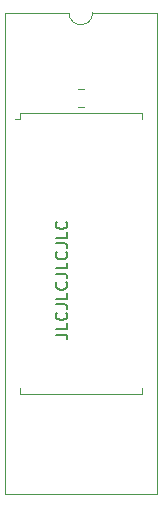
<source format=gto>
G04 #@! TF.GenerationSoftware,KiCad,Pcbnew,(5.1.10-1-10_14)*
G04 #@! TF.CreationDate,2021-10-29T12:58:21+02:00*
G04 #@! TF.ProjectId,soj36_to_dip,736f6a33-365f-4746-9f5f-6469702e6b69,rev?*
G04 #@! TF.SameCoordinates,Original*
G04 #@! TF.FileFunction,Legend,Top*
G04 #@! TF.FilePolarity,Positive*
%FSLAX46Y46*%
G04 Gerber Fmt 4.6, Leading zero omitted, Abs format (unit mm)*
G04 Created by KiCad (PCBNEW (5.1.10-1-10_14)) date 2021-10-29 12:58:21*
%MOMM*%
%LPD*%
G01*
G04 APERTURE LIST*
%ADD10C,0.150000*%
%ADD11C,0.120000*%
%ADD12O,1.600000X1.600000*%
%ADD13R,1.600000X1.600000*%
G04 APERTURE END LIST*
D10*
X152385780Y-89404247D02*
X153100066Y-89404247D01*
X153242923Y-89451866D01*
X153338161Y-89547104D01*
X153385780Y-89689961D01*
X153385780Y-89785200D01*
X153385780Y-88451866D02*
X153385780Y-88928057D01*
X152385780Y-88928057D01*
X153290542Y-87547104D02*
X153338161Y-87594723D01*
X153385780Y-87737580D01*
X153385780Y-87832819D01*
X153338161Y-87975676D01*
X153242923Y-88070914D01*
X153147685Y-88118533D01*
X152957209Y-88166152D01*
X152814352Y-88166152D01*
X152623876Y-88118533D01*
X152528638Y-88070914D01*
X152433400Y-87975676D01*
X152385780Y-87832819D01*
X152385780Y-87737580D01*
X152433400Y-87594723D01*
X152481019Y-87547104D01*
X152385780Y-86832819D02*
X153100066Y-86832819D01*
X153242923Y-86880438D01*
X153338161Y-86975676D01*
X153385780Y-87118533D01*
X153385780Y-87213771D01*
X153385780Y-85880438D02*
X153385780Y-86356628D01*
X152385780Y-86356628D01*
X153290542Y-84975676D02*
X153338161Y-85023295D01*
X153385780Y-85166152D01*
X153385780Y-85261390D01*
X153338161Y-85404247D01*
X153242923Y-85499485D01*
X153147685Y-85547104D01*
X152957209Y-85594723D01*
X152814352Y-85594723D01*
X152623876Y-85547104D01*
X152528638Y-85499485D01*
X152433400Y-85404247D01*
X152385780Y-85261390D01*
X152385780Y-85166152D01*
X152433400Y-85023295D01*
X152481019Y-84975676D01*
X152385780Y-84261390D02*
X153100066Y-84261390D01*
X153242923Y-84309009D01*
X153338161Y-84404247D01*
X153385780Y-84547104D01*
X153385780Y-84642342D01*
X153385780Y-83309009D02*
X153385780Y-83785200D01*
X152385780Y-83785200D01*
X153290542Y-82404247D02*
X153338161Y-82451866D01*
X153385780Y-82594723D01*
X153385780Y-82689961D01*
X153338161Y-82832819D01*
X153242923Y-82928057D01*
X153147685Y-82975676D01*
X152957209Y-83023295D01*
X152814352Y-83023295D01*
X152623876Y-82975676D01*
X152528638Y-82928057D01*
X152433400Y-82832819D01*
X152385780Y-82689961D01*
X152385780Y-82594723D01*
X152433400Y-82451866D01*
X152481019Y-82404247D01*
X152385780Y-81689961D02*
X153100066Y-81689961D01*
X153242923Y-81737580D01*
X153338161Y-81832819D01*
X153385780Y-81975676D01*
X153385780Y-82070914D01*
X153385780Y-80737580D02*
X153385780Y-81213771D01*
X152385780Y-81213771D01*
X153290542Y-79832819D02*
X153338161Y-79880438D01*
X153385780Y-80023295D01*
X153385780Y-80118533D01*
X153338161Y-80261390D01*
X153242923Y-80356628D01*
X153147685Y-80404247D01*
X152957209Y-80451866D01*
X152814352Y-80451866D01*
X152623876Y-80404247D01*
X152528638Y-80356628D01*
X152433400Y-80261390D01*
X152385780Y-80118533D01*
X152385780Y-80023295D01*
X152433400Y-79880438D01*
X152481019Y-79832819D01*
D11*
X154820252Y-70102400D02*
X154297748Y-70102400D01*
X154820252Y-68632400D02*
X154297748Y-68632400D01*
X153528600Y-62159400D02*
X148068600Y-62159400D01*
X148068600Y-62159400D02*
X148068600Y-102919400D01*
X148068600Y-102919400D02*
X160988600Y-102919400D01*
X160988600Y-102919400D02*
X160988600Y-62159400D01*
X160988600Y-62159400D02*
X155528600Y-62159400D01*
X155528600Y-62159400D02*
G75*
G02*
X153528600Y-62159400I-1000000J0D01*
G01*
X154533600Y-94394400D02*
X159723600Y-94394400D01*
X159723600Y-94394400D02*
X159723600Y-93894400D01*
X154533600Y-94394400D02*
X149343600Y-94394400D01*
X149343600Y-94394400D02*
X149343600Y-93894400D01*
X154533600Y-70684400D02*
X159723600Y-70684400D01*
X159723600Y-70684400D02*
X159723600Y-71184400D01*
X154533600Y-70684400D02*
X149343600Y-70684400D01*
X149343600Y-70684400D02*
X149343600Y-71184400D01*
X149343600Y-71184400D02*
X148983600Y-71184400D01*
%LPC*%
G36*
G01*
X154109000Y-68892400D02*
X154109000Y-69842400D01*
G75*
G02*
X153859000Y-70092400I-250000J0D01*
G01*
X153184000Y-70092400D01*
G75*
G02*
X152934000Y-69842400I0J250000D01*
G01*
X152934000Y-68892400D01*
G75*
G02*
X153184000Y-68642400I250000J0D01*
G01*
X153859000Y-68642400D01*
G75*
G02*
X154109000Y-68892400I0J-250000D01*
G01*
G37*
G36*
G01*
X156184000Y-68892400D02*
X156184000Y-69842400D01*
G75*
G02*
X155934000Y-70092400I-250000J0D01*
G01*
X155259000Y-70092400D01*
G75*
G02*
X155009000Y-69842400I0J250000D01*
G01*
X155009000Y-68892400D01*
G75*
G02*
X155259000Y-68642400I250000J0D01*
G01*
X155934000Y-68642400D01*
G75*
G02*
X156184000Y-68892400I0J-250000D01*
G01*
G37*
D12*
X162148600Y-63489400D03*
X146908600Y-101589400D03*
X162148600Y-66029400D03*
X146908600Y-99049400D03*
X162148600Y-68569400D03*
X146908600Y-96509400D03*
X162148600Y-71109400D03*
X146908600Y-93969400D03*
X162148600Y-73649400D03*
X146908600Y-91429400D03*
X162148600Y-76189400D03*
X146908600Y-88889400D03*
X162148600Y-78729400D03*
X146908600Y-86349400D03*
X162148600Y-81269400D03*
X146908600Y-83809400D03*
X162148600Y-83809400D03*
X146908600Y-81269400D03*
X162148600Y-86349400D03*
X146908600Y-78729400D03*
X162148600Y-88889400D03*
X146908600Y-76189400D03*
X162148600Y-91429400D03*
X146908600Y-73649400D03*
X162148600Y-93969400D03*
X146908600Y-71109400D03*
X162148600Y-96509400D03*
X146908600Y-68569400D03*
X162148600Y-99049400D03*
X146908600Y-66029400D03*
X162148600Y-101589400D03*
D13*
X146908600Y-63489400D03*
G36*
G01*
X158383600Y-71894400D02*
X158383600Y-71594400D01*
G75*
G02*
X158533600Y-71444400I150000J0D01*
G01*
X159933600Y-71444400D01*
G75*
G02*
X160083600Y-71594400I0J-150000D01*
G01*
X160083600Y-71894400D01*
G75*
G02*
X159933600Y-72044400I-150000J0D01*
G01*
X158533600Y-72044400D01*
G75*
G02*
X158383600Y-71894400I0J150000D01*
G01*
G37*
G36*
G01*
X158383600Y-73164400D02*
X158383600Y-72864400D01*
G75*
G02*
X158533600Y-72714400I150000J0D01*
G01*
X159933600Y-72714400D01*
G75*
G02*
X160083600Y-72864400I0J-150000D01*
G01*
X160083600Y-73164400D01*
G75*
G02*
X159933600Y-73314400I-150000J0D01*
G01*
X158533600Y-73314400D01*
G75*
G02*
X158383600Y-73164400I0J150000D01*
G01*
G37*
G36*
G01*
X158383600Y-74434400D02*
X158383600Y-74134400D01*
G75*
G02*
X158533600Y-73984400I150000J0D01*
G01*
X159933600Y-73984400D01*
G75*
G02*
X160083600Y-74134400I0J-150000D01*
G01*
X160083600Y-74434400D01*
G75*
G02*
X159933600Y-74584400I-150000J0D01*
G01*
X158533600Y-74584400D01*
G75*
G02*
X158383600Y-74434400I0J150000D01*
G01*
G37*
G36*
G01*
X158383600Y-75704400D02*
X158383600Y-75404400D01*
G75*
G02*
X158533600Y-75254400I150000J0D01*
G01*
X159933600Y-75254400D01*
G75*
G02*
X160083600Y-75404400I0J-150000D01*
G01*
X160083600Y-75704400D01*
G75*
G02*
X159933600Y-75854400I-150000J0D01*
G01*
X158533600Y-75854400D01*
G75*
G02*
X158383600Y-75704400I0J150000D01*
G01*
G37*
G36*
G01*
X158383600Y-76974400D02*
X158383600Y-76674400D01*
G75*
G02*
X158533600Y-76524400I150000J0D01*
G01*
X159933600Y-76524400D01*
G75*
G02*
X160083600Y-76674400I0J-150000D01*
G01*
X160083600Y-76974400D01*
G75*
G02*
X159933600Y-77124400I-150000J0D01*
G01*
X158533600Y-77124400D01*
G75*
G02*
X158383600Y-76974400I0J150000D01*
G01*
G37*
G36*
G01*
X158383600Y-78244400D02*
X158383600Y-77944400D01*
G75*
G02*
X158533600Y-77794400I150000J0D01*
G01*
X159933600Y-77794400D01*
G75*
G02*
X160083600Y-77944400I0J-150000D01*
G01*
X160083600Y-78244400D01*
G75*
G02*
X159933600Y-78394400I-150000J0D01*
G01*
X158533600Y-78394400D01*
G75*
G02*
X158383600Y-78244400I0J150000D01*
G01*
G37*
G36*
G01*
X158383600Y-79514400D02*
X158383600Y-79214400D01*
G75*
G02*
X158533600Y-79064400I150000J0D01*
G01*
X159933600Y-79064400D01*
G75*
G02*
X160083600Y-79214400I0J-150000D01*
G01*
X160083600Y-79514400D01*
G75*
G02*
X159933600Y-79664400I-150000J0D01*
G01*
X158533600Y-79664400D01*
G75*
G02*
X158383600Y-79514400I0J150000D01*
G01*
G37*
G36*
G01*
X158383600Y-80784400D02*
X158383600Y-80484400D01*
G75*
G02*
X158533600Y-80334400I150000J0D01*
G01*
X159933600Y-80334400D01*
G75*
G02*
X160083600Y-80484400I0J-150000D01*
G01*
X160083600Y-80784400D01*
G75*
G02*
X159933600Y-80934400I-150000J0D01*
G01*
X158533600Y-80934400D01*
G75*
G02*
X158383600Y-80784400I0J150000D01*
G01*
G37*
G36*
G01*
X158383600Y-82054400D02*
X158383600Y-81754400D01*
G75*
G02*
X158533600Y-81604400I150000J0D01*
G01*
X159933600Y-81604400D01*
G75*
G02*
X160083600Y-81754400I0J-150000D01*
G01*
X160083600Y-82054400D01*
G75*
G02*
X159933600Y-82204400I-150000J0D01*
G01*
X158533600Y-82204400D01*
G75*
G02*
X158383600Y-82054400I0J150000D01*
G01*
G37*
G36*
G01*
X158383600Y-83324400D02*
X158383600Y-83024400D01*
G75*
G02*
X158533600Y-82874400I150000J0D01*
G01*
X159933600Y-82874400D01*
G75*
G02*
X160083600Y-83024400I0J-150000D01*
G01*
X160083600Y-83324400D01*
G75*
G02*
X159933600Y-83474400I-150000J0D01*
G01*
X158533600Y-83474400D01*
G75*
G02*
X158383600Y-83324400I0J150000D01*
G01*
G37*
G36*
G01*
X158383600Y-84594400D02*
X158383600Y-84294400D01*
G75*
G02*
X158533600Y-84144400I150000J0D01*
G01*
X159933600Y-84144400D01*
G75*
G02*
X160083600Y-84294400I0J-150000D01*
G01*
X160083600Y-84594400D01*
G75*
G02*
X159933600Y-84744400I-150000J0D01*
G01*
X158533600Y-84744400D01*
G75*
G02*
X158383600Y-84594400I0J150000D01*
G01*
G37*
G36*
G01*
X158383600Y-85864400D02*
X158383600Y-85564400D01*
G75*
G02*
X158533600Y-85414400I150000J0D01*
G01*
X159933600Y-85414400D01*
G75*
G02*
X160083600Y-85564400I0J-150000D01*
G01*
X160083600Y-85864400D01*
G75*
G02*
X159933600Y-86014400I-150000J0D01*
G01*
X158533600Y-86014400D01*
G75*
G02*
X158383600Y-85864400I0J150000D01*
G01*
G37*
G36*
G01*
X158383600Y-87134400D02*
X158383600Y-86834400D01*
G75*
G02*
X158533600Y-86684400I150000J0D01*
G01*
X159933600Y-86684400D01*
G75*
G02*
X160083600Y-86834400I0J-150000D01*
G01*
X160083600Y-87134400D01*
G75*
G02*
X159933600Y-87284400I-150000J0D01*
G01*
X158533600Y-87284400D01*
G75*
G02*
X158383600Y-87134400I0J150000D01*
G01*
G37*
G36*
G01*
X158383600Y-88404400D02*
X158383600Y-88104400D01*
G75*
G02*
X158533600Y-87954400I150000J0D01*
G01*
X159933600Y-87954400D01*
G75*
G02*
X160083600Y-88104400I0J-150000D01*
G01*
X160083600Y-88404400D01*
G75*
G02*
X159933600Y-88554400I-150000J0D01*
G01*
X158533600Y-88554400D01*
G75*
G02*
X158383600Y-88404400I0J150000D01*
G01*
G37*
G36*
G01*
X158383600Y-89674400D02*
X158383600Y-89374400D01*
G75*
G02*
X158533600Y-89224400I150000J0D01*
G01*
X159933600Y-89224400D01*
G75*
G02*
X160083600Y-89374400I0J-150000D01*
G01*
X160083600Y-89674400D01*
G75*
G02*
X159933600Y-89824400I-150000J0D01*
G01*
X158533600Y-89824400D01*
G75*
G02*
X158383600Y-89674400I0J150000D01*
G01*
G37*
G36*
G01*
X158383600Y-90944400D02*
X158383600Y-90644400D01*
G75*
G02*
X158533600Y-90494400I150000J0D01*
G01*
X159933600Y-90494400D01*
G75*
G02*
X160083600Y-90644400I0J-150000D01*
G01*
X160083600Y-90944400D01*
G75*
G02*
X159933600Y-91094400I-150000J0D01*
G01*
X158533600Y-91094400D01*
G75*
G02*
X158383600Y-90944400I0J150000D01*
G01*
G37*
G36*
G01*
X158383600Y-92214400D02*
X158383600Y-91914400D01*
G75*
G02*
X158533600Y-91764400I150000J0D01*
G01*
X159933600Y-91764400D01*
G75*
G02*
X160083600Y-91914400I0J-150000D01*
G01*
X160083600Y-92214400D01*
G75*
G02*
X159933600Y-92364400I-150000J0D01*
G01*
X158533600Y-92364400D01*
G75*
G02*
X158383600Y-92214400I0J150000D01*
G01*
G37*
G36*
G01*
X158383600Y-93484400D02*
X158383600Y-93184400D01*
G75*
G02*
X158533600Y-93034400I150000J0D01*
G01*
X159933600Y-93034400D01*
G75*
G02*
X160083600Y-93184400I0J-150000D01*
G01*
X160083600Y-93484400D01*
G75*
G02*
X159933600Y-93634400I-150000J0D01*
G01*
X158533600Y-93634400D01*
G75*
G02*
X158383600Y-93484400I0J150000D01*
G01*
G37*
G36*
G01*
X148983600Y-93484400D02*
X148983600Y-93184400D01*
G75*
G02*
X149133600Y-93034400I150000J0D01*
G01*
X150533600Y-93034400D01*
G75*
G02*
X150683600Y-93184400I0J-150000D01*
G01*
X150683600Y-93484400D01*
G75*
G02*
X150533600Y-93634400I-150000J0D01*
G01*
X149133600Y-93634400D01*
G75*
G02*
X148983600Y-93484400I0J150000D01*
G01*
G37*
G36*
G01*
X148983600Y-92214400D02*
X148983600Y-91914400D01*
G75*
G02*
X149133600Y-91764400I150000J0D01*
G01*
X150533600Y-91764400D01*
G75*
G02*
X150683600Y-91914400I0J-150000D01*
G01*
X150683600Y-92214400D01*
G75*
G02*
X150533600Y-92364400I-150000J0D01*
G01*
X149133600Y-92364400D01*
G75*
G02*
X148983600Y-92214400I0J150000D01*
G01*
G37*
G36*
G01*
X148983600Y-90944400D02*
X148983600Y-90644400D01*
G75*
G02*
X149133600Y-90494400I150000J0D01*
G01*
X150533600Y-90494400D01*
G75*
G02*
X150683600Y-90644400I0J-150000D01*
G01*
X150683600Y-90944400D01*
G75*
G02*
X150533600Y-91094400I-150000J0D01*
G01*
X149133600Y-91094400D01*
G75*
G02*
X148983600Y-90944400I0J150000D01*
G01*
G37*
G36*
G01*
X148983600Y-89674400D02*
X148983600Y-89374400D01*
G75*
G02*
X149133600Y-89224400I150000J0D01*
G01*
X150533600Y-89224400D01*
G75*
G02*
X150683600Y-89374400I0J-150000D01*
G01*
X150683600Y-89674400D01*
G75*
G02*
X150533600Y-89824400I-150000J0D01*
G01*
X149133600Y-89824400D01*
G75*
G02*
X148983600Y-89674400I0J150000D01*
G01*
G37*
G36*
G01*
X148983600Y-88404400D02*
X148983600Y-88104400D01*
G75*
G02*
X149133600Y-87954400I150000J0D01*
G01*
X150533600Y-87954400D01*
G75*
G02*
X150683600Y-88104400I0J-150000D01*
G01*
X150683600Y-88404400D01*
G75*
G02*
X150533600Y-88554400I-150000J0D01*
G01*
X149133600Y-88554400D01*
G75*
G02*
X148983600Y-88404400I0J150000D01*
G01*
G37*
G36*
G01*
X148983600Y-87134400D02*
X148983600Y-86834400D01*
G75*
G02*
X149133600Y-86684400I150000J0D01*
G01*
X150533600Y-86684400D01*
G75*
G02*
X150683600Y-86834400I0J-150000D01*
G01*
X150683600Y-87134400D01*
G75*
G02*
X150533600Y-87284400I-150000J0D01*
G01*
X149133600Y-87284400D01*
G75*
G02*
X148983600Y-87134400I0J150000D01*
G01*
G37*
G36*
G01*
X148983600Y-85864400D02*
X148983600Y-85564400D01*
G75*
G02*
X149133600Y-85414400I150000J0D01*
G01*
X150533600Y-85414400D01*
G75*
G02*
X150683600Y-85564400I0J-150000D01*
G01*
X150683600Y-85864400D01*
G75*
G02*
X150533600Y-86014400I-150000J0D01*
G01*
X149133600Y-86014400D01*
G75*
G02*
X148983600Y-85864400I0J150000D01*
G01*
G37*
G36*
G01*
X148983600Y-84594400D02*
X148983600Y-84294400D01*
G75*
G02*
X149133600Y-84144400I150000J0D01*
G01*
X150533600Y-84144400D01*
G75*
G02*
X150683600Y-84294400I0J-150000D01*
G01*
X150683600Y-84594400D01*
G75*
G02*
X150533600Y-84744400I-150000J0D01*
G01*
X149133600Y-84744400D01*
G75*
G02*
X148983600Y-84594400I0J150000D01*
G01*
G37*
G36*
G01*
X148983600Y-83324400D02*
X148983600Y-83024400D01*
G75*
G02*
X149133600Y-82874400I150000J0D01*
G01*
X150533600Y-82874400D01*
G75*
G02*
X150683600Y-83024400I0J-150000D01*
G01*
X150683600Y-83324400D01*
G75*
G02*
X150533600Y-83474400I-150000J0D01*
G01*
X149133600Y-83474400D01*
G75*
G02*
X148983600Y-83324400I0J150000D01*
G01*
G37*
G36*
G01*
X148983600Y-82054400D02*
X148983600Y-81754400D01*
G75*
G02*
X149133600Y-81604400I150000J0D01*
G01*
X150533600Y-81604400D01*
G75*
G02*
X150683600Y-81754400I0J-150000D01*
G01*
X150683600Y-82054400D01*
G75*
G02*
X150533600Y-82204400I-150000J0D01*
G01*
X149133600Y-82204400D01*
G75*
G02*
X148983600Y-82054400I0J150000D01*
G01*
G37*
G36*
G01*
X148983600Y-80784400D02*
X148983600Y-80484400D01*
G75*
G02*
X149133600Y-80334400I150000J0D01*
G01*
X150533600Y-80334400D01*
G75*
G02*
X150683600Y-80484400I0J-150000D01*
G01*
X150683600Y-80784400D01*
G75*
G02*
X150533600Y-80934400I-150000J0D01*
G01*
X149133600Y-80934400D01*
G75*
G02*
X148983600Y-80784400I0J150000D01*
G01*
G37*
G36*
G01*
X148983600Y-79514400D02*
X148983600Y-79214400D01*
G75*
G02*
X149133600Y-79064400I150000J0D01*
G01*
X150533600Y-79064400D01*
G75*
G02*
X150683600Y-79214400I0J-150000D01*
G01*
X150683600Y-79514400D01*
G75*
G02*
X150533600Y-79664400I-150000J0D01*
G01*
X149133600Y-79664400D01*
G75*
G02*
X148983600Y-79514400I0J150000D01*
G01*
G37*
G36*
G01*
X148983600Y-78244400D02*
X148983600Y-77944400D01*
G75*
G02*
X149133600Y-77794400I150000J0D01*
G01*
X150533600Y-77794400D01*
G75*
G02*
X150683600Y-77944400I0J-150000D01*
G01*
X150683600Y-78244400D01*
G75*
G02*
X150533600Y-78394400I-150000J0D01*
G01*
X149133600Y-78394400D01*
G75*
G02*
X148983600Y-78244400I0J150000D01*
G01*
G37*
G36*
G01*
X148983600Y-76974400D02*
X148983600Y-76674400D01*
G75*
G02*
X149133600Y-76524400I150000J0D01*
G01*
X150533600Y-76524400D01*
G75*
G02*
X150683600Y-76674400I0J-150000D01*
G01*
X150683600Y-76974400D01*
G75*
G02*
X150533600Y-77124400I-150000J0D01*
G01*
X149133600Y-77124400D01*
G75*
G02*
X148983600Y-76974400I0J150000D01*
G01*
G37*
G36*
G01*
X148983600Y-75704400D02*
X148983600Y-75404400D01*
G75*
G02*
X149133600Y-75254400I150000J0D01*
G01*
X150533600Y-75254400D01*
G75*
G02*
X150683600Y-75404400I0J-150000D01*
G01*
X150683600Y-75704400D01*
G75*
G02*
X150533600Y-75854400I-150000J0D01*
G01*
X149133600Y-75854400D01*
G75*
G02*
X148983600Y-75704400I0J150000D01*
G01*
G37*
G36*
G01*
X148983600Y-74434400D02*
X148983600Y-74134400D01*
G75*
G02*
X149133600Y-73984400I150000J0D01*
G01*
X150533600Y-73984400D01*
G75*
G02*
X150683600Y-74134400I0J-150000D01*
G01*
X150683600Y-74434400D01*
G75*
G02*
X150533600Y-74584400I-150000J0D01*
G01*
X149133600Y-74584400D01*
G75*
G02*
X148983600Y-74434400I0J150000D01*
G01*
G37*
G36*
G01*
X148983600Y-73164400D02*
X148983600Y-72864400D01*
G75*
G02*
X149133600Y-72714400I150000J0D01*
G01*
X150533600Y-72714400D01*
G75*
G02*
X150683600Y-72864400I0J-150000D01*
G01*
X150683600Y-73164400D01*
G75*
G02*
X150533600Y-73314400I-150000J0D01*
G01*
X149133600Y-73314400D01*
G75*
G02*
X148983600Y-73164400I0J150000D01*
G01*
G37*
G36*
G01*
X148983600Y-71894400D02*
X148983600Y-71594400D01*
G75*
G02*
X149133600Y-71444400I150000J0D01*
G01*
X150533600Y-71444400D01*
G75*
G02*
X150683600Y-71594400I0J-150000D01*
G01*
X150683600Y-71894400D01*
G75*
G02*
X150533600Y-72044400I-150000J0D01*
G01*
X149133600Y-72044400D01*
G75*
G02*
X148983600Y-71894400I0J150000D01*
G01*
G37*
M02*

</source>
